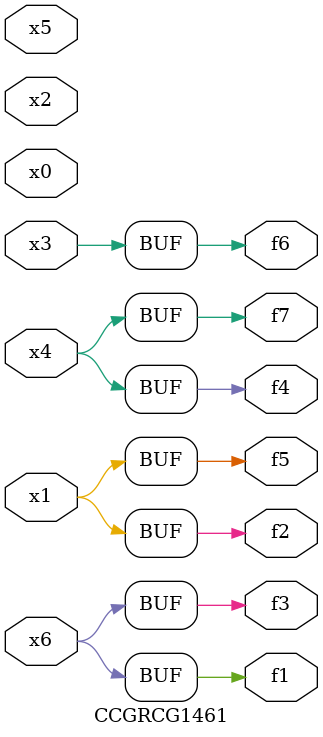
<source format=v>
module CCGRCG1461(
	input x0, x1, x2, x3, x4, x5, x6,
	output f1, f2, f3, f4, f5, f6, f7
);
	assign f1 = x6;
	assign f2 = x1;
	assign f3 = x6;
	assign f4 = x4;
	assign f5 = x1;
	assign f6 = x3;
	assign f7 = x4;
endmodule

</source>
